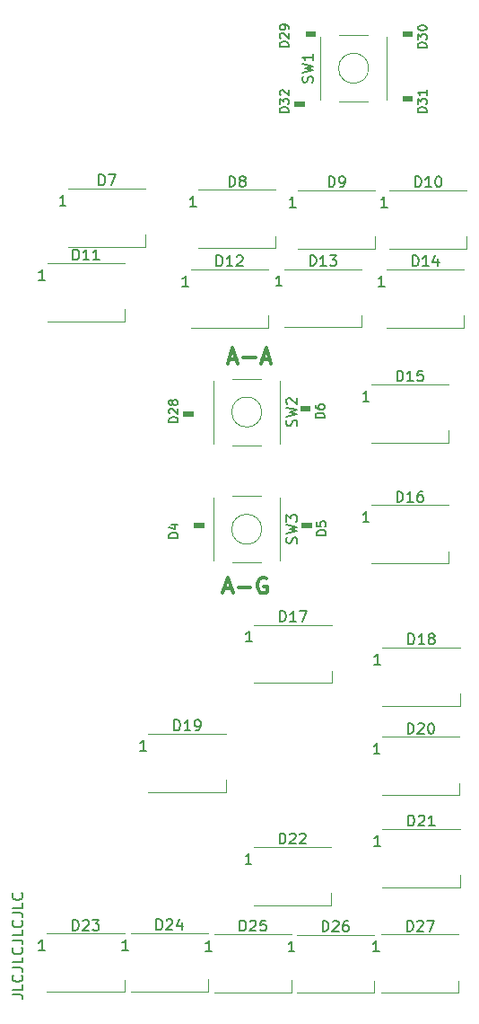
<source format=gbr>
G04 #@! TF.GenerationSoftware,KiCad,Pcbnew,(5.1.12-1-10_14)*
G04 #@! TF.CreationDate,2021-11-21T11:01:02+11:00*
G04 #@! TF.ProjectId,MasterModePushbuttonV2,4d617374-6572-44d6-9f64-655075736862,rev?*
G04 #@! TF.SameCoordinates,Original*
G04 #@! TF.FileFunction,Legend,Top*
G04 #@! TF.FilePolarity,Positive*
%FSLAX46Y46*%
G04 Gerber Fmt 4.6, Leading zero omitted, Abs format (unit mm)*
G04 Created by KiCad (PCBNEW (5.1.12-1-10_14)) date 2021-11-21 11:01:02*
%MOMM*%
%LPD*%
G01*
G04 APERTURE LIST*
%ADD10C,0.150000*%
%ADD11C,0.300000*%
%ADD12C,0.120000*%
%ADD13C,0.100000*%
G04 APERTURE END LIST*
D10*
X199062860Y-151244527D02*
X199777146Y-151244527D01*
X199920003Y-151292146D01*
X200015241Y-151387384D01*
X200062860Y-151530241D01*
X200062860Y-151625480D01*
X200062860Y-150292146D02*
X200062860Y-150768337D01*
X199062860Y-150768337D01*
X199967622Y-149387384D02*
X200015241Y-149435003D01*
X200062860Y-149577860D01*
X200062860Y-149673099D01*
X200015241Y-149815956D01*
X199920003Y-149911194D01*
X199824765Y-149958813D01*
X199634289Y-150006432D01*
X199491432Y-150006432D01*
X199300956Y-149958813D01*
X199205718Y-149911194D01*
X199110480Y-149815956D01*
X199062860Y-149673099D01*
X199062860Y-149577860D01*
X199110480Y-149435003D01*
X199158099Y-149387384D01*
X199062860Y-148673099D02*
X199777146Y-148673099D01*
X199920003Y-148720718D01*
X200015241Y-148815956D01*
X200062860Y-148958813D01*
X200062860Y-149054051D01*
X200062860Y-147720718D02*
X200062860Y-148196908D01*
X199062860Y-148196908D01*
X199967622Y-146815956D02*
X200015241Y-146863575D01*
X200062860Y-147006432D01*
X200062860Y-147101670D01*
X200015241Y-147244527D01*
X199920003Y-147339765D01*
X199824765Y-147387384D01*
X199634289Y-147435003D01*
X199491432Y-147435003D01*
X199300956Y-147387384D01*
X199205718Y-147339765D01*
X199110480Y-147244527D01*
X199062860Y-147101670D01*
X199062860Y-147006432D01*
X199110480Y-146863575D01*
X199158099Y-146815956D01*
X199062860Y-146101670D02*
X199777146Y-146101670D01*
X199920003Y-146149289D01*
X200015241Y-146244527D01*
X200062860Y-146387384D01*
X200062860Y-146482622D01*
X200062860Y-145149289D02*
X200062860Y-145625480D01*
X199062860Y-145625480D01*
X199967622Y-144244527D02*
X200015241Y-144292146D01*
X200062860Y-144435003D01*
X200062860Y-144530241D01*
X200015241Y-144673099D01*
X199920003Y-144768337D01*
X199824765Y-144815956D01*
X199634289Y-144863575D01*
X199491432Y-144863575D01*
X199300956Y-144815956D01*
X199205718Y-144768337D01*
X199110480Y-144673099D01*
X199062860Y-144530241D01*
X199062860Y-144435003D01*
X199110480Y-144292146D01*
X199158099Y-144244527D01*
X199062860Y-143530241D02*
X199777146Y-143530241D01*
X199920003Y-143577860D01*
X200015241Y-143673099D01*
X200062860Y-143815956D01*
X200062860Y-143911194D01*
X200062860Y-142577860D02*
X200062860Y-143054051D01*
X199062860Y-143054051D01*
X199967622Y-141673099D02*
X200015241Y-141720718D01*
X200062860Y-141863575D01*
X200062860Y-141958813D01*
X200015241Y-142101670D01*
X199920003Y-142196908D01*
X199824765Y-142244527D01*
X199634289Y-142292146D01*
X199491432Y-142292146D01*
X199300956Y-142244527D01*
X199205718Y-142196908D01*
X199110480Y-142101670D01*
X199062860Y-141958813D01*
X199062860Y-141863575D01*
X199110480Y-141720718D01*
X199158099Y-141673099D01*
D11*
X219059165Y-112969580D02*
X219773451Y-112969580D01*
X218916308Y-113398151D02*
X219416308Y-111898151D01*
X219916308Y-113398151D01*
X220416308Y-112826722D02*
X221559165Y-112826722D01*
X223059165Y-111969580D02*
X222916308Y-111898151D01*
X222702022Y-111898151D01*
X222487737Y-111969580D01*
X222344880Y-112112437D01*
X222273451Y-112255294D01*
X222202022Y-112541008D01*
X222202022Y-112755294D01*
X222273451Y-113041008D01*
X222344880Y-113183865D01*
X222487737Y-113326722D01*
X222702022Y-113398151D01*
X222844880Y-113398151D01*
X223059165Y-113326722D01*
X223130594Y-113255294D01*
X223130594Y-112755294D01*
X222844880Y-112755294D01*
X219519108Y-91351480D02*
X220233394Y-91351480D01*
X219376251Y-91780051D02*
X219876251Y-90280051D01*
X220376251Y-91780051D01*
X220876251Y-91208622D02*
X222019108Y-91208622D01*
X222661965Y-91351480D02*
X223376251Y-91351480D01*
X222519108Y-91780051D02*
X223019108Y-90280051D01*
X223519108Y-91780051D01*
D12*
X222538380Y-110488580D02*
X219858380Y-110488580D01*
X219858380Y-104248580D02*
X222538380Y-104248580D01*
X224318380Y-104398580D02*
X224318380Y-110338580D01*
X218078380Y-104398580D02*
X218078380Y-110338580D01*
X222612594Y-107368580D02*
G75*
G03*
X222612594Y-107368580I-1414214J0D01*
G01*
X222538380Y-99439580D02*
X219858380Y-99439580D01*
X219858380Y-93199580D02*
X222538380Y-93199580D01*
X224318380Y-93349580D02*
X224318380Y-99289580D01*
X218078380Y-93349580D02*
X218078380Y-99289580D01*
X222612594Y-96319580D02*
G75*
G03*
X222612594Y-96319580I-1414214J0D01*
G01*
X229946380Y-60791580D02*
X232626380Y-60791580D01*
X232626380Y-67031580D02*
X229946380Y-67031580D01*
X228166380Y-66881580D02*
X228166380Y-60941580D01*
X234406380Y-66881580D02*
X234406380Y-60941580D01*
X232700594Y-63911580D02*
G75*
G03*
X232700594Y-63911580I-1414214J0D01*
G01*
D13*
G36*
X226686880Y-67034580D02*
G01*
X226686880Y-67534580D01*
X225686880Y-67534580D01*
X225686880Y-67034580D01*
X226686880Y-67034580D01*
G37*
G36*
X235894380Y-67034580D02*
G01*
X235894380Y-66534580D01*
X236894380Y-66534580D01*
X236894380Y-67034580D01*
X235894380Y-67034580D01*
G37*
G36*
X235894380Y-60938580D02*
G01*
X235894380Y-60438580D01*
X236894380Y-60438580D01*
X236894380Y-60938580D01*
X235894380Y-60938580D01*
G37*
G36*
X226750380Y-60938580D02*
G01*
X226750380Y-60438580D01*
X227750380Y-60438580D01*
X227750380Y-60938580D01*
X226750380Y-60938580D01*
G37*
G36*
X216209380Y-96244580D02*
G01*
X216209380Y-96744580D01*
X215209380Y-96744580D01*
X215209380Y-96244580D01*
X216209380Y-96244580D01*
G37*
G36*
X226242380Y-96244580D02*
G01*
X226242380Y-95744580D01*
X227242380Y-95744580D01*
X227242380Y-96244580D01*
X226242380Y-96244580D01*
G37*
G36*
X226369380Y-107293580D02*
G01*
X226369380Y-106793580D01*
X227369380Y-106793580D01*
X227369380Y-107293580D01*
X226369380Y-107293580D01*
G37*
G36*
X216209380Y-107293580D02*
G01*
X216209380Y-106793580D01*
X217209380Y-106793580D01*
X217209380Y-107293580D01*
X216209380Y-107293580D01*
G37*
D12*
X233908000Y-145552000D02*
X241208000Y-145552000D01*
X233908000Y-151052000D02*
X241208000Y-151052000D01*
X241208000Y-151052000D02*
X241208000Y-149902000D01*
X225921000Y-145577000D02*
X233221000Y-145577000D01*
X225921000Y-151077000D02*
X233221000Y-151077000D01*
X233221000Y-151077000D02*
X233221000Y-149927000D01*
X218121000Y-145526000D02*
X225421000Y-145526000D01*
X218121000Y-151026000D02*
X225421000Y-151026000D01*
X225421000Y-151026000D02*
X225421000Y-149876000D01*
X210247000Y-145425000D02*
X217547000Y-145425000D01*
X210247000Y-150925000D02*
X217547000Y-150925000D01*
X217547000Y-150925000D02*
X217547000Y-149775000D01*
X202350000Y-145475000D02*
X209650000Y-145475000D01*
X202350000Y-150975000D02*
X209650000Y-150975000D01*
X209650000Y-150975000D02*
X209650000Y-149825000D01*
X221868000Y-137322000D02*
X229168000Y-137322000D01*
X221868000Y-142822000D02*
X229168000Y-142822000D01*
X229168000Y-142822000D02*
X229168000Y-141672000D01*
X234021000Y-135620000D02*
X241321000Y-135620000D01*
X234021000Y-141120000D02*
X241321000Y-141120000D01*
X241321000Y-141120000D02*
X241321000Y-139970000D01*
X233970000Y-126933000D02*
X241270000Y-126933000D01*
X233970000Y-132433000D02*
X241270000Y-132433000D01*
X241270000Y-132433000D02*
X241270000Y-131283000D01*
X211923000Y-126629000D02*
X219223000Y-126629000D01*
X211923000Y-132129000D02*
X219223000Y-132129000D01*
X219223000Y-132129000D02*
X219223000Y-130979000D01*
X234021000Y-118501000D02*
X241321000Y-118501000D01*
X234021000Y-124001000D02*
X241321000Y-124001000D01*
X241321000Y-124001000D02*
X241321000Y-122851000D01*
X221908000Y-116367000D02*
X229208000Y-116367000D01*
X221908000Y-121867000D02*
X229208000Y-121867000D01*
X229208000Y-121867000D02*
X229208000Y-120717000D01*
X232954000Y-105089000D02*
X240254000Y-105089000D01*
X232954000Y-110589000D02*
X240254000Y-110589000D01*
X240254000Y-110589000D02*
X240254000Y-109439000D01*
X232954000Y-93710300D02*
X240254000Y-93710300D01*
X232954000Y-99210300D02*
X240254000Y-99210300D01*
X240254000Y-99210300D02*
X240254000Y-98060300D01*
X234416000Y-82864700D02*
X241716000Y-82864700D01*
X234416000Y-88364700D02*
X241716000Y-88364700D01*
X241716000Y-88364700D02*
X241716000Y-87214700D01*
X224752000Y-82839100D02*
X232052000Y-82839100D01*
X224752000Y-88339100D02*
X232052000Y-88339100D01*
X232052000Y-88339100D02*
X232052000Y-87189100D01*
X215913000Y-82864700D02*
X223213000Y-82864700D01*
X215913000Y-88364700D02*
X223213000Y-88364700D01*
X223213000Y-88364700D02*
X223213000Y-87214700D01*
X202373000Y-82280300D02*
X209673000Y-82280300D01*
X202373000Y-87780300D02*
X209673000Y-87780300D01*
X209673000Y-87780300D02*
X209673000Y-86630300D01*
X234670000Y-75397100D02*
X241970000Y-75397100D01*
X234670000Y-80897100D02*
X241970000Y-80897100D01*
X241970000Y-80897100D02*
X241970000Y-79747100D01*
X226034000Y-75397100D02*
X233334000Y-75397100D01*
X226034000Y-80897100D02*
X233334000Y-80897100D01*
X233334000Y-80897100D02*
X233334000Y-79747100D01*
X216636000Y-75371500D02*
X223936000Y-75371500D01*
X216636000Y-80871500D02*
X223936000Y-80871500D01*
X223936000Y-80871500D02*
X223936000Y-79721500D01*
X204342000Y-75244700D02*
X211642000Y-75244700D01*
X204342000Y-80744700D02*
X211642000Y-80744700D01*
X211642000Y-80744700D02*
X211642000Y-79594700D01*
D10*
X225903141Y-108701913D02*
X225950760Y-108559056D01*
X225950760Y-108320960D01*
X225903141Y-108225722D01*
X225855522Y-108178103D01*
X225760284Y-108130484D01*
X225665046Y-108130484D01*
X225569808Y-108178103D01*
X225522189Y-108225722D01*
X225474570Y-108320960D01*
X225426951Y-108511437D01*
X225379332Y-108606675D01*
X225331713Y-108654294D01*
X225236475Y-108701913D01*
X225141237Y-108701913D01*
X225045999Y-108654294D01*
X224998380Y-108606675D01*
X224950760Y-108511437D01*
X224950760Y-108273341D01*
X224998380Y-108130484D01*
X224950760Y-107797151D02*
X225950760Y-107559056D01*
X225236475Y-107368580D01*
X225950760Y-107178103D01*
X224950760Y-106940008D01*
X224950760Y-106654294D02*
X224950760Y-106035246D01*
X225331713Y-106368580D01*
X225331713Y-106225722D01*
X225379332Y-106130484D01*
X225426951Y-106082865D01*
X225522189Y-106035246D01*
X225760284Y-106035246D01*
X225855522Y-106082865D01*
X225903141Y-106130484D01*
X225950760Y-106225722D01*
X225950760Y-106511437D01*
X225903141Y-106606675D01*
X225855522Y-106654294D01*
X225903141Y-97652913D02*
X225950760Y-97510056D01*
X225950760Y-97271960D01*
X225903141Y-97176722D01*
X225855522Y-97129103D01*
X225760284Y-97081484D01*
X225665046Y-97081484D01*
X225569808Y-97129103D01*
X225522189Y-97176722D01*
X225474570Y-97271960D01*
X225426951Y-97462437D01*
X225379332Y-97557675D01*
X225331713Y-97605294D01*
X225236475Y-97652913D01*
X225141237Y-97652913D01*
X225045999Y-97605294D01*
X224998380Y-97557675D01*
X224950760Y-97462437D01*
X224950760Y-97224341D01*
X224998380Y-97081484D01*
X224950760Y-96748151D02*
X225950760Y-96510056D01*
X225236475Y-96319580D01*
X225950760Y-96129103D01*
X224950760Y-95891008D01*
X225045999Y-95557675D02*
X224998380Y-95510056D01*
X224950760Y-95414818D01*
X224950760Y-95176722D01*
X224998380Y-95081484D01*
X225045999Y-95033865D01*
X225141237Y-94986246D01*
X225236475Y-94986246D01*
X225379332Y-95033865D01*
X225950760Y-95605294D01*
X225950760Y-94986246D01*
X227391141Y-65244913D02*
X227438760Y-65102056D01*
X227438760Y-64863960D01*
X227391141Y-64768722D01*
X227343522Y-64721103D01*
X227248284Y-64673484D01*
X227153046Y-64673484D01*
X227057808Y-64721103D01*
X227010189Y-64768722D01*
X226962570Y-64863960D01*
X226914951Y-65054437D01*
X226867332Y-65149675D01*
X226819713Y-65197294D01*
X226724475Y-65244913D01*
X226629237Y-65244913D01*
X226533999Y-65197294D01*
X226486380Y-65149675D01*
X226438760Y-65054437D01*
X226438760Y-64816341D01*
X226486380Y-64673484D01*
X226438760Y-64340151D02*
X227438760Y-64102056D01*
X226724475Y-63911580D01*
X227438760Y-63721103D01*
X226438760Y-63483008D01*
X227438760Y-62578246D02*
X227438760Y-63149675D01*
X227438760Y-62863960D02*
X226438760Y-62863960D01*
X226581618Y-62959199D01*
X226676856Y-63054437D01*
X226724475Y-63149675D01*
X225166403Y-68066722D02*
X224316403Y-68066722D01*
X224316403Y-67864341D01*
X224356880Y-67742913D01*
X224437832Y-67661960D01*
X224518784Y-67621484D01*
X224680689Y-67581008D01*
X224802118Y-67581008D01*
X224964022Y-67621484D01*
X225044975Y-67661960D01*
X225125927Y-67742913D01*
X225166403Y-67864341D01*
X225166403Y-68066722D01*
X224316403Y-67297675D02*
X224316403Y-66771484D01*
X224640213Y-67054818D01*
X224640213Y-66933389D01*
X224680689Y-66852437D01*
X224721165Y-66811960D01*
X224802118Y-66771484D01*
X225004499Y-66771484D01*
X225085451Y-66811960D01*
X225125927Y-66852437D01*
X225166403Y-66933389D01*
X225166403Y-67176246D01*
X225125927Y-67257199D01*
X225085451Y-67297675D01*
X224397356Y-66447675D02*
X224356880Y-66407199D01*
X224316403Y-66326246D01*
X224316403Y-66123865D01*
X224356880Y-66042913D01*
X224397356Y-66002437D01*
X224478308Y-65961960D01*
X224559260Y-65961960D01*
X224680689Y-66002437D01*
X225166403Y-66488151D01*
X225166403Y-65961960D01*
X238183903Y-68066722D02*
X237333903Y-68066722D01*
X237333903Y-67864341D01*
X237374380Y-67742913D01*
X237455332Y-67661960D01*
X237536284Y-67621484D01*
X237698189Y-67581008D01*
X237819618Y-67581008D01*
X237981522Y-67621484D01*
X238062475Y-67661960D01*
X238143427Y-67742913D01*
X238183903Y-67864341D01*
X238183903Y-68066722D01*
X237333903Y-67297675D02*
X237333903Y-66771484D01*
X237657713Y-67054818D01*
X237657713Y-66933389D01*
X237698189Y-66852437D01*
X237738665Y-66811960D01*
X237819618Y-66771484D01*
X238021999Y-66771484D01*
X238102951Y-66811960D01*
X238143427Y-66852437D01*
X238183903Y-66933389D01*
X238183903Y-67176246D01*
X238143427Y-67257199D01*
X238102951Y-67297675D01*
X238183903Y-65961960D02*
X238183903Y-66447675D01*
X238183903Y-66204818D02*
X237333903Y-66204818D01*
X237455332Y-66285770D01*
X237536284Y-66366722D01*
X237576760Y-66447675D01*
X238183903Y-61970722D02*
X237333903Y-61970722D01*
X237333903Y-61768341D01*
X237374380Y-61646913D01*
X237455332Y-61565960D01*
X237536284Y-61525484D01*
X237698189Y-61485008D01*
X237819618Y-61485008D01*
X237981522Y-61525484D01*
X238062475Y-61565960D01*
X238143427Y-61646913D01*
X238183903Y-61768341D01*
X238183903Y-61970722D01*
X237333903Y-61201675D02*
X237333903Y-60675484D01*
X237657713Y-60958818D01*
X237657713Y-60837389D01*
X237698189Y-60756437D01*
X237738665Y-60715960D01*
X237819618Y-60675484D01*
X238021999Y-60675484D01*
X238102951Y-60715960D01*
X238143427Y-60756437D01*
X238183903Y-60837389D01*
X238183903Y-61080246D01*
X238143427Y-61161199D01*
X238102951Y-61201675D01*
X237333903Y-60149294D02*
X237333903Y-60068341D01*
X237374380Y-59987389D01*
X237414856Y-59946913D01*
X237495808Y-59906437D01*
X237657713Y-59865960D01*
X237860094Y-59865960D01*
X238021999Y-59906437D01*
X238102951Y-59946913D01*
X238143427Y-59987389D01*
X238183903Y-60068341D01*
X238183903Y-60149294D01*
X238143427Y-60230246D01*
X238102951Y-60270722D01*
X238021999Y-60311199D01*
X237860094Y-60351675D01*
X237657713Y-60351675D01*
X237495808Y-60311199D01*
X237414856Y-60270722D01*
X237374380Y-60230246D01*
X237333903Y-60149294D01*
X225166403Y-61901722D02*
X224316403Y-61901722D01*
X224316403Y-61699341D01*
X224356880Y-61577913D01*
X224437832Y-61496960D01*
X224518784Y-61456484D01*
X224680689Y-61416008D01*
X224802118Y-61416008D01*
X224964022Y-61456484D01*
X225044975Y-61496960D01*
X225125927Y-61577913D01*
X225166403Y-61699341D01*
X225166403Y-61901722D01*
X224397356Y-61092199D02*
X224356880Y-61051722D01*
X224316403Y-60970770D01*
X224316403Y-60768389D01*
X224356880Y-60687437D01*
X224397356Y-60646960D01*
X224478308Y-60606484D01*
X224559260Y-60606484D01*
X224680689Y-60646960D01*
X225166403Y-61132675D01*
X225166403Y-60606484D01*
X225166403Y-60201722D02*
X225166403Y-60039818D01*
X225125927Y-59958865D01*
X225085451Y-59918389D01*
X224964022Y-59837437D01*
X224802118Y-59796960D01*
X224478308Y-59796960D01*
X224397356Y-59837437D01*
X224356880Y-59877913D01*
X224316403Y-59958865D01*
X224316403Y-60120770D01*
X224356880Y-60201722D01*
X224397356Y-60242199D01*
X224478308Y-60282675D01*
X224680689Y-60282675D01*
X224761641Y-60242199D01*
X224802118Y-60201722D01*
X224842594Y-60120770D01*
X224842594Y-59958865D01*
X224802118Y-59877913D01*
X224761641Y-59837437D01*
X224680689Y-59796960D01*
X214688903Y-97276722D02*
X213838903Y-97276722D01*
X213838903Y-97074341D01*
X213879380Y-96952913D01*
X213960332Y-96871960D01*
X214041284Y-96831484D01*
X214203189Y-96791008D01*
X214324618Y-96791008D01*
X214486522Y-96831484D01*
X214567475Y-96871960D01*
X214648427Y-96952913D01*
X214688903Y-97074341D01*
X214688903Y-97276722D01*
X213919856Y-96467199D02*
X213879380Y-96426722D01*
X213838903Y-96345770D01*
X213838903Y-96143389D01*
X213879380Y-96062437D01*
X213919856Y-96021960D01*
X214000808Y-95981484D01*
X214081760Y-95981484D01*
X214203189Y-96021960D01*
X214688903Y-96507675D01*
X214688903Y-95981484D01*
X214203189Y-95495770D02*
X214162713Y-95576722D01*
X214122237Y-95617199D01*
X214041284Y-95657675D01*
X214000808Y-95657675D01*
X213919856Y-95617199D01*
X213879380Y-95576722D01*
X213838903Y-95495770D01*
X213838903Y-95333865D01*
X213879380Y-95252913D01*
X213919856Y-95212437D01*
X214000808Y-95171960D01*
X214041284Y-95171960D01*
X214122237Y-95212437D01*
X214162713Y-95252913D01*
X214203189Y-95333865D01*
X214203189Y-95495770D01*
X214243665Y-95576722D01*
X214284141Y-95617199D01*
X214365094Y-95657675D01*
X214526999Y-95657675D01*
X214607951Y-95617199D01*
X214648427Y-95576722D01*
X214688903Y-95495770D01*
X214688903Y-95333865D01*
X214648427Y-95252913D01*
X214607951Y-95212437D01*
X214526999Y-95171960D01*
X214365094Y-95171960D01*
X214284141Y-95212437D01*
X214243665Y-95252913D01*
X214203189Y-95333865D01*
X228531903Y-96871960D02*
X227681903Y-96871960D01*
X227681903Y-96669580D01*
X227722380Y-96548151D01*
X227803332Y-96467199D01*
X227884284Y-96426722D01*
X228046189Y-96386246D01*
X228167618Y-96386246D01*
X228329522Y-96426722D01*
X228410475Y-96467199D01*
X228491427Y-96548151D01*
X228531903Y-96669580D01*
X228531903Y-96871960D01*
X227681903Y-95657675D02*
X227681903Y-95819580D01*
X227722380Y-95900532D01*
X227762856Y-95941008D01*
X227884284Y-96021960D01*
X228046189Y-96062437D01*
X228369999Y-96062437D01*
X228450951Y-96021960D01*
X228491427Y-95981484D01*
X228531903Y-95900532D01*
X228531903Y-95738627D01*
X228491427Y-95657675D01*
X228450951Y-95617199D01*
X228369999Y-95576722D01*
X228167618Y-95576722D01*
X228086665Y-95617199D01*
X228046189Y-95657675D01*
X228005713Y-95738627D01*
X228005713Y-95900532D01*
X228046189Y-95981484D01*
X228086665Y-96021960D01*
X228167618Y-96062437D01*
X228658903Y-107920960D02*
X227808903Y-107920960D01*
X227808903Y-107718580D01*
X227849380Y-107597151D01*
X227930332Y-107516199D01*
X228011284Y-107475722D01*
X228173189Y-107435246D01*
X228294618Y-107435246D01*
X228456522Y-107475722D01*
X228537475Y-107516199D01*
X228618427Y-107597151D01*
X228658903Y-107718580D01*
X228658903Y-107920960D01*
X227808903Y-106666199D02*
X227808903Y-107070960D01*
X228213665Y-107111437D01*
X228173189Y-107070960D01*
X228132713Y-106990008D01*
X228132713Y-106787627D01*
X228173189Y-106706675D01*
X228213665Y-106666199D01*
X228294618Y-106625722D01*
X228496999Y-106625722D01*
X228577951Y-106666199D01*
X228618427Y-106706675D01*
X228658903Y-106787627D01*
X228658903Y-106990008D01*
X228618427Y-107070960D01*
X228577951Y-107111437D01*
X214688903Y-108156960D02*
X213838903Y-108156960D01*
X213838903Y-107954580D01*
X213879380Y-107833151D01*
X213960332Y-107752199D01*
X214041284Y-107711722D01*
X214203189Y-107671246D01*
X214324618Y-107671246D01*
X214486522Y-107711722D01*
X214567475Y-107752199D01*
X214648427Y-107833151D01*
X214688903Y-107954580D01*
X214688903Y-108156960D01*
X214122237Y-106942675D02*
X214688903Y-106942675D01*
X213798427Y-107145056D02*
X214405570Y-107347437D01*
X214405570Y-106821246D01*
X236343714Y-145254380D02*
X236343714Y-144254380D01*
X236581809Y-144254380D01*
X236724666Y-144302000D01*
X236819904Y-144397238D01*
X236867523Y-144492476D01*
X236915142Y-144682952D01*
X236915142Y-144825809D01*
X236867523Y-145016285D01*
X236819904Y-145111523D01*
X236724666Y-145206761D01*
X236581809Y-145254380D01*
X236343714Y-145254380D01*
X237296095Y-144349619D02*
X237343714Y-144302000D01*
X237438952Y-144254380D01*
X237677047Y-144254380D01*
X237772285Y-144302000D01*
X237819904Y-144349619D01*
X237867523Y-144444857D01*
X237867523Y-144540095D01*
X237819904Y-144682952D01*
X237248476Y-145254380D01*
X237867523Y-145254380D01*
X238200857Y-144254380D02*
X238867523Y-144254380D01*
X238438952Y-145254380D01*
X233693714Y-147154380D02*
X233122285Y-147154380D01*
X233408000Y-147154380D02*
X233408000Y-146154380D01*
X233312761Y-146297238D01*
X233217523Y-146392476D01*
X233122285Y-146440095D01*
X228356714Y-145279380D02*
X228356714Y-144279380D01*
X228594809Y-144279380D01*
X228737666Y-144327000D01*
X228832904Y-144422238D01*
X228880523Y-144517476D01*
X228928142Y-144707952D01*
X228928142Y-144850809D01*
X228880523Y-145041285D01*
X228832904Y-145136523D01*
X228737666Y-145231761D01*
X228594809Y-145279380D01*
X228356714Y-145279380D01*
X229309095Y-144374619D02*
X229356714Y-144327000D01*
X229451952Y-144279380D01*
X229690047Y-144279380D01*
X229785285Y-144327000D01*
X229832904Y-144374619D01*
X229880523Y-144469857D01*
X229880523Y-144565095D01*
X229832904Y-144707952D01*
X229261476Y-145279380D01*
X229880523Y-145279380D01*
X230737666Y-144279380D02*
X230547190Y-144279380D01*
X230451952Y-144327000D01*
X230404333Y-144374619D01*
X230309095Y-144517476D01*
X230261476Y-144707952D01*
X230261476Y-145088904D01*
X230309095Y-145184142D01*
X230356714Y-145231761D01*
X230451952Y-145279380D01*
X230642428Y-145279380D01*
X230737666Y-145231761D01*
X230785285Y-145184142D01*
X230832904Y-145088904D01*
X230832904Y-144850809D01*
X230785285Y-144755571D01*
X230737666Y-144707952D01*
X230642428Y-144660333D01*
X230451952Y-144660333D01*
X230356714Y-144707952D01*
X230309095Y-144755571D01*
X230261476Y-144850809D01*
X225706714Y-147179380D02*
X225135285Y-147179380D01*
X225421000Y-147179380D02*
X225421000Y-146179380D01*
X225325761Y-146322238D01*
X225230523Y-146417476D01*
X225135285Y-146465095D01*
X220556714Y-145228380D02*
X220556714Y-144228380D01*
X220794809Y-144228380D01*
X220937666Y-144276000D01*
X221032904Y-144371238D01*
X221080523Y-144466476D01*
X221128142Y-144656952D01*
X221128142Y-144799809D01*
X221080523Y-144990285D01*
X221032904Y-145085523D01*
X220937666Y-145180761D01*
X220794809Y-145228380D01*
X220556714Y-145228380D01*
X221509095Y-144323619D02*
X221556714Y-144276000D01*
X221651952Y-144228380D01*
X221890047Y-144228380D01*
X221985285Y-144276000D01*
X222032904Y-144323619D01*
X222080523Y-144418857D01*
X222080523Y-144514095D01*
X222032904Y-144656952D01*
X221461476Y-145228380D01*
X222080523Y-145228380D01*
X222985285Y-144228380D02*
X222509095Y-144228380D01*
X222461476Y-144704571D01*
X222509095Y-144656952D01*
X222604333Y-144609333D01*
X222842428Y-144609333D01*
X222937666Y-144656952D01*
X222985285Y-144704571D01*
X223032904Y-144799809D01*
X223032904Y-145037904D01*
X222985285Y-145133142D01*
X222937666Y-145180761D01*
X222842428Y-145228380D01*
X222604333Y-145228380D01*
X222509095Y-145180761D01*
X222461476Y-145133142D01*
X217906714Y-147128380D02*
X217335285Y-147128380D01*
X217621000Y-147128380D02*
X217621000Y-146128380D01*
X217525761Y-146271238D01*
X217430523Y-146366476D01*
X217335285Y-146414095D01*
X212682714Y-145127380D02*
X212682714Y-144127380D01*
X212920809Y-144127380D01*
X213063666Y-144175000D01*
X213158904Y-144270238D01*
X213206523Y-144365476D01*
X213254142Y-144555952D01*
X213254142Y-144698809D01*
X213206523Y-144889285D01*
X213158904Y-144984523D01*
X213063666Y-145079761D01*
X212920809Y-145127380D01*
X212682714Y-145127380D01*
X213635095Y-144222619D02*
X213682714Y-144175000D01*
X213777952Y-144127380D01*
X214016047Y-144127380D01*
X214111285Y-144175000D01*
X214158904Y-144222619D01*
X214206523Y-144317857D01*
X214206523Y-144413095D01*
X214158904Y-144555952D01*
X213587476Y-145127380D01*
X214206523Y-145127380D01*
X215063666Y-144460714D02*
X215063666Y-145127380D01*
X214825571Y-144079761D02*
X214587476Y-144794047D01*
X215206523Y-144794047D01*
X210032714Y-147027380D02*
X209461285Y-147027380D01*
X209747000Y-147027380D02*
X209747000Y-146027380D01*
X209651761Y-146170238D01*
X209556523Y-146265476D01*
X209461285Y-146313095D01*
X204785714Y-145177380D02*
X204785714Y-144177380D01*
X205023809Y-144177380D01*
X205166666Y-144225000D01*
X205261904Y-144320238D01*
X205309523Y-144415476D01*
X205357142Y-144605952D01*
X205357142Y-144748809D01*
X205309523Y-144939285D01*
X205261904Y-145034523D01*
X205166666Y-145129761D01*
X205023809Y-145177380D01*
X204785714Y-145177380D01*
X205738095Y-144272619D02*
X205785714Y-144225000D01*
X205880952Y-144177380D01*
X206119047Y-144177380D01*
X206214285Y-144225000D01*
X206261904Y-144272619D01*
X206309523Y-144367857D01*
X206309523Y-144463095D01*
X206261904Y-144605952D01*
X205690476Y-145177380D01*
X206309523Y-145177380D01*
X206642857Y-144177380D02*
X207261904Y-144177380D01*
X206928571Y-144558333D01*
X207071428Y-144558333D01*
X207166666Y-144605952D01*
X207214285Y-144653571D01*
X207261904Y-144748809D01*
X207261904Y-144986904D01*
X207214285Y-145082142D01*
X207166666Y-145129761D01*
X207071428Y-145177380D01*
X206785714Y-145177380D01*
X206690476Y-145129761D01*
X206642857Y-145082142D01*
X202135714Y-147077380D02*
X201564285Y-147077380D01*
X201850000Y-147077380D02*
X201850000Y-146077380D01*
X201754761Y-146220238D01*
X201659523Y-146315476D01*
X201564285Y-146363095D01*
X224303714Y-137024380D02*
X224303714Y-136024380D01*
X224541809Y-136024380D01*
X224684666Y-136072000D01*
X224779904Y-136167238D01*
X224827523Y-136262476D01*
X224875142Y-136452952D01*
X224875142Y-136595809D01*
X224827523Y-136786285D01*
X224779904Y-136881523D01*
X224684666Y-136976761D01*
X224541809Y-137024380D01*
X224303714Y-137024380D01*
X225256095Y-136119619D02*
X225303714Y-136072000D01*
X225398952Y-136024380D01*
X225637047Y-136024380D01*
X225732285Y-136072000D01*
X225779904Y-136119619D01*
X225827523Y-136214857D01*
X225827523Y-136310095D01*
X225779904Y-136452952D01*
X225208476Y-137024380D01*
X225827523Y-137024380D01*
X226208476Y-136119619D02*
X226256095Y-136072000D01*
X226351333Y-136024380D01*
X226589428Y-136024380D01*
X226684666Y-136072000D01*
X226732285Y-136119619D01*
X226779904Y-136214857D01*
X226779904Y-136310095D01*
X226732285Y-136452952D01*
X226160857Y-137024380D01*
X226779904Y-137024380D01*
X221653714Y-138924380D02*
X221082285Y-138924380D01*
X221368000Y-138924380D02*
X221368000Y-137924380D01*
X221272761Y-138067238D01*
X221177523Y-138162476D01*
X221082285Y-138210095D01*
X236456714Y-135322380D02*
X236456714Y-134322380D01*
X236694809Y-134322380D01*
X236837666Y-134370000D01*
X236932904Y-134465238D01*
X236980523Y-134560476D01*
X237028142Y-134750952D01*
X237028142Y-134893809D01*
X236980523Y-135084285D01*
X236932904Y-135179523D01*
X236837666Y-135274761D01*
X236694809Y-135322380D01*
X236456714Y-135322380D01*
X237409095Y-134417619D02*
X237456714Y-134370000D01*
X237551952Y-134322380D01*
X237790047Y-134322380D01*
X237885285Y-134370000D01*
X237932904Y-134417619D01*
X237980523Y-134512857D01*
X237980523Y-134608095D01*
X237932904Y-134750952D01*
X237361476Y-135322380D01*
X237980523Y-135322380D01*
X238932904Y-135322380D02*
X238361476Y-135322380D01*
X238647190Y-135322380D02*
X238647190Y-134322380D01*
X238551952Y-134465238D01*
X238456714Y-134560476D01*
X238361476Y-134608095D01*
X233806714Y-137222380D02*
X233235285Y-137222380D01*
X233521000Y-137222380D02*
X233521000Y-136222380D01*
X233425761Y-136365238D01*
X233330523Y-136460476D01*
X233235285Y-136508095D01*
X236405714Y-126635380D02*
X236405714Y-125635380D01*
X236643809Y-125635380D01*
X236786666Y-125683000D01*
X236881904Y-125778238D01*
X236929523Y-125873476D01*
X236977142Y-126063952D01*
X236977142Y-126206809D01*
X236929523Y-126397285D01*
X236881904Y-126492523D01*
X236786666Y-126587761D01*
X236643809Y-126635380D01*
X236405714Y-126635380D01*
X237358095Y-125730619D02*
X237405714Y-125683000D01*
X237500952Y-125635380D01*
X237739047Y-125635380D01*
X237834285Y-125683000D01*
X237881904Y-125730619D01*
X237929523Y-125825857D01*
X237929523Y-125921095D01*
X237881904Y-126063952D01*
X237310476Y-126635380D01*
X237929523Y-126635380D01*
X238548571Y-125635380D02*
X238643809Y-125635380D01*
X238739047Y-125683000D01*
X238786666Y-125730619D01*
X238834285Y-125825857D01*
X238881904Y-126016333D01*
X238881904Y-126254428D01*
X238834285Y-126444904D01*
X238786666Y-126540142D01*
X238739047Y-126587761D01*
X238643809Y-126635380D01*
X238548571Y-126635380D01*
X238453333Y-126587761D01*
X238405714Y-126540142D01*
X238358095Y-126444904D01*
X238310476Y-126254428D01*
X238310476Y-126016333D01*
X238358095Y-125825857D01*
X238405714Y-125730619D01*
X238453333Y-125683000D01*
X238548571Y-125635380D01*
X233755714Y-128535380D02*
X233184285Y-128535380D01*
X233470000Y-128535380D02*
X233470000Y-127535380D01*
X233374761Y-127678238D01*
X233279523Y-127773476D01*
X233184285Y-127821095D01*
X214358714Y-126331380D02*
X214358714Y-125331380D01*
X214596809Y-125331380D01*
X214739666Y-125379000D01*
X214834904Y-125474238D01*
X214882523Y-125569476D01*
X214930142Y-125759952D01*
X214930142Y-125902809D01*
X214882523Y-126093285D01*
X214834904Y-126188523D01*
X214739666Y-126283761D01*
X214596809Y-126331380D01*
X214358714Y-126331380D01*
X215882523Y-126331380D02*
X215311095Y-126331380D01*
X215596809Y-126331380D02*
X215596809Y-125331380D01*
X215501571Y-125474238D01*
X215406333Y-125569476D01*
X215311095Y-125617095D01*
X216358714Y-126331380D02*
X216549190Y-126331380D01*
X216644428Y-126283761D01*
X216692047Y-126236142D01*
X216787285Y-126093285D01*
X216834904Y-125902809D01*
X216834904Y-125521857D01*
X216787285Y-125426619D01*
X216739666Y-125379000D01*
X216644428Y-125331380D01*
X216453952Y-125331380D01*
X216358714Y-125379000D01*
X216311095Y-125426619D01*
X216263476Y-125521857D01*
X216263476Y-125759952D01*
X216311095Y-125855190D01*
X216358714Y-125902809D01*
X216453952Y-125950428D01*
X216644428Y-125950428D01*
X216739666Y-125902809D01*
X216787285Y-125855190D01*
X216834904Y-125759952D01*
X211708714Y-128231380D02*
X211137285Y-128231380D01*
X211423000Y-128231380D02*
X211423000Y-127231380D01*
X211327761Y-127374238D01*
X211232523Y-127469476D01*
X211137285Y-127517095D01*
X236456714Y-118203380D02*
X236456714Y-117203380D01*
X236694809Y-117203380D01*
X236837666Y-117251000D01*
X236932904Y-117346238D01*
X236980523Y-117441476D01*
X237028142Y-117631952D01*
X237028142Y-117774809D01*
X236980523Y-117965285D01*
X236932904Y-118060523D01*
X236837666Y-118155761D01*
X236694809Y-118203380D01*
X236456714Y-118203380D01*
X237980523Y-118203380D02*
X237409095Y-118203380D01*
X237694809Y-118203380D02*
X237694809Y-117203380D01*
X237599571Y-117346238D01*
X237504333Y-117441476D01*
X237409095Y-117489095D01*
X238551952Y-117631952D02*
X238456714Y-117584333D01*
X238409095Y-117536714D01*
X238361476Y-117441476D01*
X238361476Y-117393857D01*
X238409095Y-117298619D01*
X238456714Y-117251000D01*
X238551952Y-117203380D01*
X238742428Y-117203380D01*
X238837666Y-117251000D01*
X238885285Y-117298619D01*
X238932904Y-117393857D01*
X238932904Y-117441476D01*
X238885285Y-117536714D01*
X238837666Y-117584333D01*
X238742428Y-117631952D01*
X238551952Y-117631952D01*
X238456714Y-117679571D01*
X238409095Y-117727190D01*
X238361476Y-117822428D01*
X238361476Y-118012904D01*
X238409095Y-118108142D01*
X238456714Y-118155761D01*
X238551952Y-118203380D01*
X238742428Y-118203380D01*
X238837666Y-118155761D01*
X238885285Y-118108142D01*
X238932904Y-118012904D01*
X238932904Y-117822428D01*
X238885285Y-117727190D01*
X238837666Y-117679571D01*
X238742428Y-117631952D01*
X233806714Y-120103380D02*
X233235285Y-120103380D01*
X233521000Y-120103380D02*
X233521000Y-119103380D01*
X233425761Y-119246238D01*
X233330523Y-119341476D01*
X233235285Y-119389095D01*
X224343714Y-116069380D02*
X224343714Y-115069380D01*
X224581809Y-115069380D01*
X224724666Y-115117000D01*
X224819904Y-115212238D01*
X224867523Y-115307476D01*
X224915142Y-115497952D01*
X224915142Y-115640809D01*
X224867523Y-115831285D01*
X224819904Y-115926523D01*
X224724666Y-116021761D01*
X224581809Y-116069380D01*
X224343714Y-116069380D01*
X225867523Y-116069380D02*
X225296095Y-116069380D01*
X225581809Y-116069380D02*
X225581809Y-115069380D01*
X225486571Y-115212238D01*
X225391333Y-115307476D01*
X225296095Y-115355095D01*
X226200857Y-115069380D02*
X226867523Y-115069380D01*
X226438952Y-116069380D01*
X221693714Y-117969380D02*
X221122285Y-117969380D01*
X221408000Y-117969380D02*
X221408000Y-116969380D01*
X221312761Y-117112238D01*
X221217523Y-117207476D01*
X221122285Y-117255095D01*
X235389714Y-104791380D02*
X235389714Y-103791380D01*
X235627809Y-103791380D01*
X235770666Y-103839000D01*
X235865904Y-103934238D01*
X235913523Y-104029476D01*
X235961142Y-104219952D01*
X235961142Y-104362809D01*
X235913523Y-104553285D01*
X235865904Y-104648523D01*
X235770666Y-104743761D01*
X235627809Y-104791380D01*
X235389714Y-104791380D01*
X236913523Y-104791380D02*
X236342095Y-104791380D01*
X236627809Y-104791380D02*
X236627809Y-103791380D01*
X236532571Y-103934238D01*
X236437333Y-104029476D01*
X236342095Y-104077095D01*
X237770666Y-103791380D02*
X237580190Y-103791380D01*
X237484952Y-103839000D01*
X237437333Y-103886619D01*
X237342095Y-104029476D01*
X237294476Y-104219952D01*
X237294476Y-104600904D01*
X237342095Y-104696142D01*
X237389714Y-104743761D01*
X237484952Y-104791380D01*
X237675428Y-104791380D01*
X237770666Y-104743761D01*
X237818285Y-104696142D01*
X237865904Y-104600904D01*
X237865904Y-104362809D01*
X237818285Y-104267571D01*
X237770666Y-104219952D01*
X237675428Y-104172333D01*
X237484952Y-104172333D01*
X237389714Y-104219952D01*
X237342095Y-104267571D01*
X237294476Y-104362809D01*
X232739714Y-106691380D02*
X232168285Y-106691380D01*
X232454000Y-106691380D02*
X232454000Y-105691380D01*
X232358761Y-105834238D01*
X232263523Y-105929476D01*
X232168285Y-105977095D01*
X235389714Y-93412680D02*
X235389714Y-92412680D01*
X235627809Y-92412680D01*
X235770666Y-92460300D01*
X235865904Y-92555538D01*
X235913523Y-92650776D01*
X235961142Y-92841252D01*
X235961142Y-92984109D01*
X235913523Y-93174585D01*
X235865904Y-93269823D01*
X235770666Y-93365061D01*
X235627809Y-93412680D01*
X235389714Y-93412680D01*
X236913523Y-93412680D02*
X236342095Y-93412680D01*
X236627809Y-93412680D02*
X236627809Y-92412680D01*
X236532571Y-92555538D01*
X236437333Y-92650776D01*
X236342095Y-92698395D01*
X237818285Y-92412680D02*
X237342095Y-92412680D01*
X237294476Y-92888871D01*
X237342095Y-92841252D01*
X237437333Y-92793633D01*
X237675428Y-92793633D01*
X237770666Y-92841252D01*
X237818285Y-92888871D01*
X237865904Y-92984109D01*
X237865904Y-93222204D01*
X237818285Y-93317442D01*
X237770666Y-93365061D01*
X237675428Y-93412680D01*
X237437333Y-93412680D01*
X237342095Y-93365061D01*
X237294476Y-93317442D01*
X232739714Y-95312680D02*
X232168285Y-95312680D01*
X232454000Y-95312680D02*
X232454000Y-94312680D01*
X232358761Y-94455538D01*
X232263523Y-94550776D01*
X232168285Y-94598395D01*
X236851714Y-82567080D02*
X236851714Y-81567080D01*
X237089809Y-81567080D01*
X237232666Y-81614700D01*
X237327904Y-81709938D01*
X237375523Y-81805176D01*
X237423142Y-81995652D01*
X237423142Y-82138509D01*
X237375523Y-82328985D01*
X237327904Y-82424223D01*
X237232666Y-82519461D01*
X237089809Y-82567080D01*
X236851714Y-82567080D01*
X238375523Y-82567080D02*
X237804095Y-82567080D01*
X238089809Y-82567080D02*
X238089809Y-81567080D01*
X237994571Y-81709938D01*
X237899333Y-81805176D01*
X237804095Y-81852795D01*
X239232666Y-81900414D02*
X239232666Y-82567080D01*
X238994571Y-81519461D02*
X238756476Y-82233747D01*
X239375523Y-82233747D01*
X234201714Y-84467080D02*
X233630285Y-84467080D01*
X233916000Y-84467080D02*
X233916000Y-83467080D01*
X233820761Y-83609938D01*
X233725523Y-83705176D01*
X233630285Y-83752795D01*
X227187714Y-82541480D02*
X227187714Y-81541480D01*
X227425809Y-81541480D01*
X227568666Y-81589100D01*
X227663904Y-81684338D01*
X227711523Y-81779576D01*
X227759142Y-81970052D01*
X227759142Y-82112909D01*
X227711523Y-82303385D01*
X227663904Y-82398623D01*
X227568666Y-82493861D01*
X227425809Y-82541480D01*
X227187714Y-82541480D01*
X228711523Y-82541480D02*
X228140095Y-82541480D01*
X228425809Y-82541480D02*
X228425809Y-81541480D01*
X228330571Y-81684338D01*
X228235333Y-81779576D01*
X228140095Y-81827195D01*
X229044857Y-81541480D02*
X229663904Y-81541480D01*
X229330571Y-81922433D01*
X229473428Y-81922433D01*
X229568666Y-81970052D01*
X229616285Y-82017671D01*
X229663904Y-82112909D01*
X229663904Y-82351004D01*
X229616285Y-82446242D01*
X229568666Y-82493861D01*
X229473428Y-82541480D01*
X229187714Y-82541480D01*
X229092476Y-82493861D01*
X229044857Y-82446242D01*
X224537714Y-84441480D02*
X223966285Y-84441480D01*
X224252000Y-84441480D02*
X224252000Y-83441480D01*
X224156761Y-83584338D01*
X224061523Y-83679576D01*
X223966285Y-83727195D01*
X218348714Y-82567080D02*
X218348714Y-81567080D01*
X218586809Y-81567080D01*
X218729666Y-81614700D01*
X218824904Y-81709938D01*
X218872523Y-81805176D01*
X218920142Y-81995652D01*
X218920142Y-82138509D01*
X218872523Y-82328985D01*
X218824904Y-82424223D01*
X218729666Y-82519461D01*
X218586809Y-82567080D01*
X218348714Y-82567080D01*
X219872523Y-82567080D02*
X219301095Y-82567080D01*
X219586809Y-82567080D02*
X219586809Y-81567080D01*
X219491571Y-81709938D01*
X219396333Y-81805176D01*
X219301095Y-81852795D01*
X220253476Y-81662319D02*
X220301095Y-81614700D01*
X220396333Y-81567080D01*
X220634428Y-81567080D01*
X220729666Y-81614700D01*
X220777285Y-81662319D01*
X220824904Y-81757557D01*
X220824904Y-81852795D01*
X220777285Y-81995652D01*
X220205857Y-82567080D01*
X220824904Y-82567080D01*
X215698714Y-84467080D02*
X215127285Y-84467080D01*
X215413000Y-84467080D02*
X215413000Y-83467080D01*
X215317761Y-83609938D01*
X215222523Y-83705176D01*
X215127285Y-83752795D01*
X204808714Y-81982680D02*
X204808714Y-80982680D01*
X205046809Y-80982680D01*
X205189666Y-81030300D01*
X205284904Y-81125538D01*
X205332523Y-81220776D01*
X205380142Y-81411252D01*
X205380142Y-81554109D01*
X205332523Y-81744585D01*
X205284904Y-81839823D01*
X205189666Y-81935061D01*
X205046809Y-81982680D01*
X204808714Y-81982680D01*
X206332523Y-81982680D02*
X205761095Y-81982680D01*
X206046809Y-81982680D02*
X206046809Y-80982680D01*
X205951571Y-81125538D01*
X205856333Y-81220776D01*
X205761095Y-81268395D01*
X207284904Y-81982680D02*
X206713476Y-81982680D01*
X206999190Y-81982680D02*
X206999190Y-80982680D01*
X206903952Y-81125538D01*
X206808714Y-81220776D01*
X206713476Y-81268395D01*
X202158714Y-83882680D02*
X201587285Y-83882680D01*
X201873000Y-83882680D02*
X201873000Y-82882680D01*
X201777761Y-83025538D01*
X201682523Y-83120776D01*
X201587285Y-83168395D01*
X237105714Y-75099480D02*
X237105714Y-74099480D01*
X237343809Y-74099480D01*
X237486666Y-74147100D01*
X237581904Y-74242338D01*
X237629523Y-74337576D01*
X237677142Y-74528052D01*
X237677142Y-74670909D01*
X237629523Y-74861385D01*
X237581904Y-74956623D01*
X237486666Y-75051861D01*
X237343809Y-75099480D01*
X237105714Y-75099480D01*
X238629523Y-75099480D02*
X238058095Y-75099480D01*
X238343809Y-75099480D02*
X238343809Y-74099480D01*
X238248571Y-74242338D01*
X238153333Y-74337576D01*
X238058095Y-74385195D01*
X239248571Y-74099480D02*
X239343809Y-74099480D01*
X239439047Y-74147100D01*
X239486666Y-74194719D01*
X239534285Y-74289957D01*
X239581904Y-74480433D01*
X239581904Y-74718528D01*
X239534285Y-74909004D01*
X239486666Y-75004242D01*
X239439047Y-75051861D01*
X239343809Y-75099480D01*
X239248571Y-75099480D01*
X239153333Y-75051861D01*
X239105714Y-75004242D01*
X239058095Y-74909004D01*
X239010476Y-74718528D01*
X239010476Y-74480433D01*
X239058095Y-74289957D01*
X239105714Y-74194719D01*
X239153333Y-74147100D01*
X239248571Y-74099480D01*
X234455714Y-76999480D02*
X233884285Y-76999480D01*
X234170000Y-76999480D02*
X234170000Y-75999480D01*
X234074761Y-76142338D01*
X233979523Y-76237576D01*
X233884285Y-76285195D01*
X228945904Y-75099480D02*
X228945904Y-74099480D01*
X229184000Y-74099480D01*
X229326857Y-74147100D01*
X229422095Y-74242338D01*
X229469714Y-74337576D01*
X229517333Y-74528052D01*
X229517333Y-74670909D01*
X229469714Y-74861385D01*
X229422095Y-74956623D01*
X229326857Y-75051861D01*
X229184000Y-75099480D01*
X228945904Y-75099480D01*
X229993523Y-75099480D02*
X230184000Y-75099480D01*
X230279238Y-75051861D01*
X230326857Y-75004242D01*
X230422095Y-74861385D01*
X230469714Y-74670909D01*
X230469714Y-74289957D01*
X230422095Y-74194719D01*
X230374476Y-74147100D01*
X230279238Y-74099480D01*
X230088761Y-74099480D01*
X229993523Y-74147100D01*
X229945904Y-74194719D01*
X229898285Y-74289957D01*
X229898285Y-74528052D01*
X229945904Y-74623290D01*
X229993523Y-74670909D01*
X230088761Y-74718528D01*
X230279238Y-74718528D01*
X230374476Y-74670909D01*
X230422095Y-74623290D01*
X230469714Y-74528052D01*
X225819714Y-76999480D02*
X225248285Y-76999480D01*
X225534000Y-76999480D02*
X225534000Y-75999480D01*
X225438761Y-76142338D01*
X225343523Y-76237576D01*
X225248285Y-76285195D01*
X219547904Y-75073880D02*
X219547904Y-74073880D01*
X219786000Y-74073880D01*
X219928857Y-74121500D01*
X220024095Y-74216738D01*
X220071714Y-74311976D01*
X220119333Y-74502452D01*
X220119333Y-74645309D01*
X220071714Y-74835785D01*
X220024095Y-74931023D01*
X219928857Y-75026261D01*
X219786000Y-75073880D01*
X219547904Y-75073880D01*
X220690761Y-74502452D02*
X220595523Y-74454833D01*
X220547904Y-74407214D01*
X220500285Y-74311976D01*
X220500285Y-74264357D01*
X220547904Y-74169119D01*
X220595523Y-74121500D01*
X220690761Y-74073880D01*
X220881238Y-74073880D01*
X220976476Y-74121500D01*
X221024095Y-74169119D01*
X221071714Y-74264357D01*
X221071714Y-74311976D01*
X221024095Y-74407214D01*
X220976476Y-74454833D01*
X220881238Y-74502452D01*
X220690761Y-74502452D01*
X220595523Y-74550071D01*
X220547904Y-74597690D01*
X220500285Y-74692928D01*
X220500285Y-74883404D01*
X220547904Y-74978642D01*
X220595523Y-75026261D01*
X220690761Y-75073880D01*
X220881238Y-75073880D01*
X220976476Y-75026261D01*
X221024095Y-74978642D01*
X221071714Y-74883404D01*
X221071714Y-74692928D01*
X221024095Y-74597690D01*
X220976476Y-74550071D01*
X220881238Y-74502452D01*
X216421714Y-76973880D02*
X215850285Y-76973880D01*
X216136000Y-76973880D02*
X216136000Y-75973880D01*
X216040761Y-76116738D01*
X215945523Y-76211976D01*
X215850285Y-76259595D01*
X207253904Y-74947080D02*
X207253904Y-73947080D01*
X207492000Y-73947080D01*
X207634857Y-73994700D01*
X207730095Y-74089938D01*
X207777714Y-74185176D01*
X207825333Y-74375652D01*
X207825333Y-74518509D01*
X207777714Y-74708985D01*
X207730095Y-74804223D01*
X207634857Y-74899461D01*
X207492000Y-74947080D01*
X207253904Y-74947080D01*
X208158666Y-73947080D02*
X208825333Y-73947080D01*
X208396761Y-74947080D01*
X204127714Y-76847080D02*
X203556285Y-76847080D01*
X203842000Y-76847080D02*
X203842000Y-75847080D01*
X203746761Y-75989938D01*
X203651523Y-76085176D01*
X203556285Y-76132795D01*
M02*

</source>
